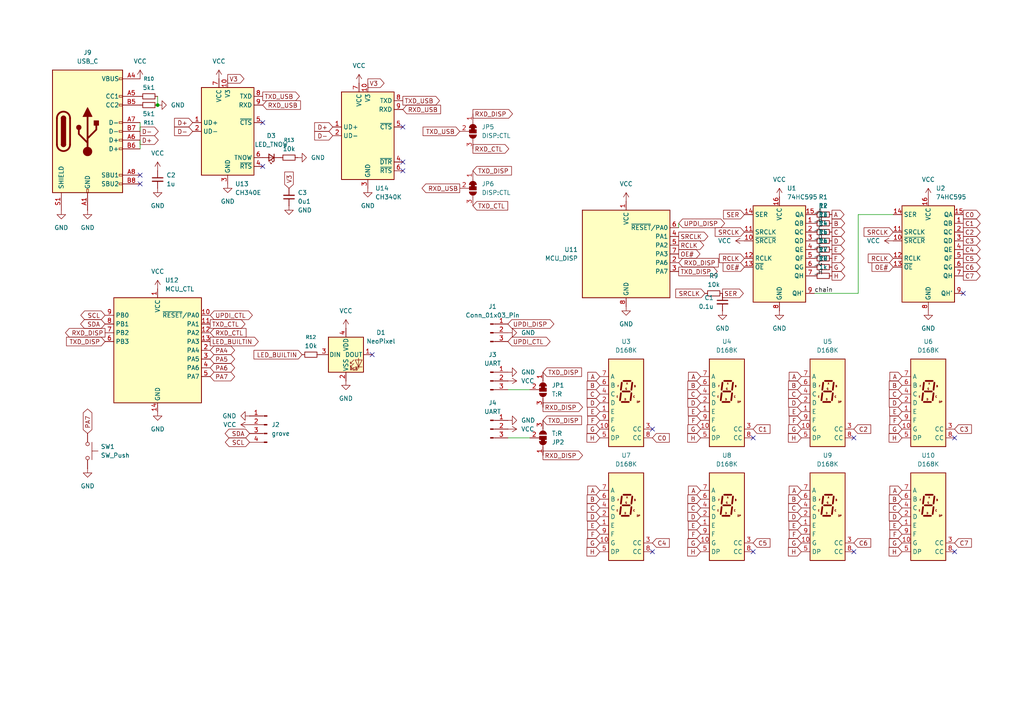
<source format=kicad_sch>
(kicad_sch (version 20250114) (generator "eeschema") (generator_version "9.0")
  (paper "A4")
  (lib_symbols
    (symbol "74xx:74HC595"
      (property "Reference" "U" (at -7.62 13.97 0))
      (property "Value" "74HC595" (at -7.62 -16.51 0))
      (symbol "74HC595_1_0"
        (pin input line (at -10.16 10.16 0) (length 2.54) (name "SER") (number "14"))
        (pin input line (at -10.16 5.08 0) (length 2.54) (name "SRCLK") (number "11"))
        (pin input line (at -10.16 2.54 0) (length 2.54) (name "~{SRCLR}") (number "10"))
        (pin input line (at -10.16 -2.54 0) (length 2.54) (name "RCLK") (number "12"))
        (pin input line (at -10.16 -5.08 0) (length 2.54) (name "~{OE}") (number "13"))
        (pin power_in line (at 0 15.24 270) (length 2.54) (name "VCC") (number "16"))
        (pin power_in line (at 0 -17.78 90) (length 2.54) (name "GND") (number "8"))
        (pin tri_state line (at 10.16 10.16 180) (length 2.54) (name "QA") (number "15"))
        (pin tri_state line (at 10.16 7.62 180) (length 2.54) (name "QB") (number "1"))
        (pin tri_state line (at 10.16 5.08 180) (length 2.54) (name "QC") (number "2"))
        (pin tri_state line (at 10.16 2.54 180) (length 2.54) (name "QD") (number "3"))
        (pin tri_state line (at 10.16 0 180) (length 2.54) (name "QE") (number "4"))
        (pin tri_state line (at 10.16 -2.54 180) (length 2.54) (name "QF") (number "5"))
        (pin tri_state line (at 10.16 -5.08 180) (length 2.54) (name "QG") (number "6"))
        (pin tri_state line (at 10.16 -7.62 180) (length 2.54) (name "QH") (number "7"))
        (pin output line (at 10.16 -12.7 180) (length 2.54) (name "QH'") (number "9"))
      )
    )
    (symbol "Connector:Conn_01x03_Pin" (pin_names (offset 1.016) (hide yes))
      (property "Reference" "J" (at 0 5.08 0))
      (property "Value" "Conn_01x03_Pin" (at 0 -5.08 0))
      (symbol "Conn_01x03_Pin_1_1"
        (pin passive line (at 5.08 2.54 180) (length 3.81) (name "Pin_1") (number "1"))
        (pin passive line (at 5.08 0 180) (length 3.81) (name "Pin_2") (number "2"))
        (pin passive line (at 5.08 -2.54 180) (length 3.81) (name "Pin_3") (number "3"))
      )
    )
    (symbol "Connector:Conn_01x04_Pin" (pin_names (offset 1.016) (hide yes))
      (property "Reference" "J" (at 0 5.08 0))
      (property "Value" "Conn_01x04_Pin" (at 0 -7.62 0))
      (symbol "Conn_01x04_Pin_1_1"
        (pin passive line (at 5.08 2.54 180) (length 3.81) (name "Pin_1") (number "1"))
        (pin passive line (at 5.08 0 180) (length 3.81) (name "Pin_2") (number "2"))
        (pin passive line (at 5.08 -2.54 180) (length 3.81) (name "Pin_3") (number "3"))
        (pin passive line (at 5.08 -5.08 180) (length 3.81) (name "Pin_4") (number "4"))
      )
    )
    (symbol "Connector:USB_C_Receptacle_USB2.0_16P" (pin_names (offset 1.016))
      (property "Reference" "J" (at 0 22.225 0))
      (property "Value" "USB_C_Receptacle_USB2.0_16P" (at 0 19.685 0))
      (symbol "USB_C_Receptacle_USB2.0_16P_1_1"
        (pin passive line (at -7.62 -22.86 90) (length 5.08) (name "SHIELD") (number "S1"))
        (pin passive line (at 0 -22.86 90) (length 5.08) (name "GND") (number "A1"))
        (pin passive line (at 0 -22.86 90) (length 5.08) (hide yes) (name "GND") (number "A12"))
        (pin passive line (at 0 -22.86 90) (length 5.08) (hide yes) (name "GND") (number "B1"))
        (pin passive line (at 0 -22.86 90) (length 5.08) (hide yes) (name "GND") (number "B12"))
        (pin passive line (at 15.24 15.24 180) (length 5.08) (name "VBUS") (number "A4"))
        (pin passive line (at 15.24 15.24 180) (length 5.08) (hide yes) (name "VBUS") (number "A9"))
        (pin passive line (at 15.24 15.24 180) (length 5.08) (hide yes) (name "VBUS") (number "B4"))
        (pin passive line (at 15.24 15.24 180) (length 5.08) (hide yes) (name "VBUS") (number "B9"))
        (pin bidirectional line (at 15.24 10.16 180) (length 5.08) (name "CC1") (number "A5"))
        (pin bidirectional line (at 15.24 7.62 180) (length 5.08) (name "CC2") (number "B5"))
        (pin bidirectional line (at 15.24 2.54 180) (length 5.08) (name "D-") (number "A7"))
        (pin bidirectional line (at 15.24 0 180) (length 5.08) (name "D-") (number "B7"))
        (pin bidirectional line (at 15.24 -2.54 180) (length 5.08) (name "D+") (number "A6"))
        (pin bidirectional line (at 15.24 -5.08 180) (length 5.08) (name "D+") (number "B6"))
        (pin bidirectional line (at 15.24 -12.7 180) (length 5.08) (name "SBU1") (number "A8"))
        (pin bidirectional line (at 15.24 -15.24 180) (length 5.08) (name "SBU2") (number "B8"))
      )
    )
    (symbol "Device:C_Small" (pin_numbers (hide yes)) (pin_names (offset 0.254) (hide yes))
      (property "Reference" "C" (at 0.254 1.778 0))
      (property "Value" "C_Small" (at 0.254 -2.032 0))
      (symbol "C_Small_1_1"
        (pin passive line (at 0 2.54 270) (length 2.032) (name "~") (number "1"))
        (pin passive line (at 0 -2.54 90) (length 2.032) (name "~") (number "2"))
      )
    )
    (symbol "Device:LED_Small" (pin_numbers (hide yes)) (pin_names (offset 0.254) (hide yes))
      (property "Reference" "D" (at -1.27 3.175 0))
      (property "Value" "LED_Small" (at -4.445 -2.54 0))
      (symbol "LED_Small_1_1"
        (pin passive line (at -2.54 0 0) (length 1.778) (name "K") (number "1"))
        (pin passive line (at 2.54 0 180) (length 1.778) (name "A") (number "2"))
      )
    )
    (symbol "Device:R_Small" (pin_numbers (hide yes)) (pin_names (offset 0.254) (hide yes))
      (property "Reference" "R" (at 0.762 0.508 0))
      (property "Value" "R_Small" (at 0.762 -1.016 0))
      (symbol "R_Small_1_1"
        (pin passive line (at 0 2.54 270) (length 0.762) (name "~") (number "1"))
        (pin passive line (at 0 -2.54 90) (length 0.762) (name "~") (number "2"))
      )
    )
    (symbol "Display_Character:D168K"
      (property "Reference" "U" (at -2.54 13.97 0))
      (property "Value" "D168K" (at 1.27 13.97 0))
      (symbol "D168K_0_0"
        (text "E" (at -2.54 1.778 0) (effects (font (size 0.508 0.508))))
        (text "F" (at -2.286 4.826 0) (effects (font (size 0.508 0.508))))
        (text "D" (at -0.254 1.016 0) (effects (font (size 0.508 0.508))))
        (text "G" (at 0 4.064 0) (effects (font (size 0.508 0.508))))
        (text "A" (at 0.254 5.588 0) (effects (font (size 0.508 0.508))))
        (text "C" (at 2.286 1.778 0) (effects (font (size 0.508 0.508))))
        (text "B" (at 2.54 4.826 0) (effects (font (size 0.508 0.508))))
        (text "DP" (at 3.556 0.254 0) (effects (font (size 0.508 0.508))))
      )
      (symbol "D168K_1_1"
        (pin input line (at -7.62 7.62 0) (length 2.54) (name "A") (number "7"))
        (pin input line (at -7.62 5.08 0) (length 2.54) (name "B") (number "6"))
        (pin input line (at -7.62 2.54 0) (length 2.54) (name "C") (number "4"))
        (pin input line (at -7.62 0 0) (length 2.54) (name "D") (number "2"))
        (pin input line (at -7.62 -2.54 0) (length 2.54) (name "E") (number "1"))
        (pin input line (at -7.62 -5.08 0) (length 2.54) (name "F") (number "9"))
        (pin input line (at -7.62 -7.62 0) (length 2.54) (name "G") (number "10"))
        (pin input line (at -7.62 -10.16 0) (length 2.54) (name "DP") (number "5"))
        (pin input line (at 7.62 -7.62 180) (length 2.54) (name "CC") (number "3"))
        (pin input line (at 7.62 -10.16 180) (length 2.54) (name "CC") (number "8"))
      )
    )
    (symbol "Interface_USB:CH340E"
      (property "Reference" "U" (at -5.08 13.97 0))
      (property "Value" "CH340E" (at 1.27 13.97 0))
      (symbol "CH340E_1_1"
        (pin bidirectional line (at -10.16 2.54 0) (length 2.54) (name "UD+") (number "1"))
        (pin bidirectional line (at -10.16 0 0) (length 2.54) (name "UD-") (number "2"))
        (pin power_in line (at -2.54 15.24 270) (length 2.54) (name "VCC") (number "7"))
        (pin power_out line (at 0 15.24 270) (length 2.54) (name "V3") (number "10"))
        (pin power_in line (at 0 -15.24 90) (length 2.54) (name "GND") (number "3"))
        (pin output line (at 10.16 10.16 180) (length 2.54) (name "TXD") (number "8"))
        (pin input line (at 10.16 7.62 180) (length 2.54) (name "RXD") (number "9"))
        (pin input line (at 10.16 2.54 180) (length 2.54) (name "~{CTS}") (number "5"))
        (pin output line (at 10.16 -7.62 180) (length 2.54) (name "TNOW") (number "6"))
        (pin output line (at 10.16 -10.16 180) (length 2.54) (name "~{RTS}") (number "4"))
      )
    )
    (symbol "Interface_USB:CH340K"
      (property "Reference" "U14" (at 2.1433 -15.24 0))
      (property "Value" "CH340K" (at 2.1433 -17.78 0))
      (symbol "CH340K_1_1"
        (pin bidirectional line (at -10.16 2.54 0) (length 2.54) (name "UD+") (number "1"))
        (pin bidirectional line (at -10.16 0 0) (length 2.54) (name "UD-") (number "2"))
        (pin power_in line (at -2.54 15.24 270) (length 2.54) (name "VCC") (number "7"))
        (pin passive line (at 0 15.24 270) (length 2.54) (name "V3") (number "10"))
        (pin power_in line (at 0 -15.24 90) (length 2.54) (name "GND") (number "3"))
        (pin output line (at 10.16 10.16 180) (length 2.54) (name "TXD") (number "8"))
        (pin input line (at 10.16 7.62 180) (length 2.54) (name "RXD") (number "9"))
        (pin input line (at 10.16 2.54 180) (length 2.54) (name "~{CTS}") (number "5"))
        (pin output line (at 10.16 -7.62 180) (length 2.54) (name "~{DTR}") (number "4"))
        (pin output line (at 10.16 -10.16 180) (length 2.54) (name "~{RTS}") (number "6"))
      )
    )
    (symbol "Jumper:SolderJumper_3_Bridged12" (pin_names (offset 0) (hide yes)) (in_bom no)
      (property "Reference" "JP" (at -2.54 -2.54 0))
      (property "Value" "SolderJumper_3_Bridged12" (at 0 2.794 0))
      (symbol "SolderJumper_3_Bridged12_1_1"
        (pin passive line (at -5.08 0 0) (length 2.54) (name "A") (number "1"))
        (pin passive line (at 0 -3.81 90) (length 2.54) (name "C") (number "2"))
        (pin passive line (at 5.08 0 180) (length 2.54) (name "B") (number "3"))
      )
    )
    (symbol "LED:WS2812B-2020" (pin_names (offset 0.254))
      (property "Reference" "D" (at 5.08 5.715 0))
      (property "Value" "WS2812B-2020" (at 1.27 -5.715 0))
      (symbol "WS2812B-2020_0_0"
        (text "RGB" (at 2.286 -4.191 0) (effects (font (size 0.762 0.762))))
      )
      (symbol "WS2812B-2020_1_1"
        (pin input line (at -7.62 0 0) (length 2.54) (name "DIN") (number "3"))
        (pin power_in line (at 0 7.62 270) (length 2.54) (name "VDD") (number "4"))
        (pin power_in line (at 0 -7.62 90) (length 2.54) (name "VSS") (number "2"))
        (pin output line (at 7.62 0 180) (length 2.54) (name "DOUT") (number "1"))
      )
    )
    (symbol "MCU_Microchip_ATtiny:ATtiny1604-SS"
      (property "Reference" "U" (at -12.7 16.51 0))
      (property "Value" "ATtiny1604-SS" (at 2.54 -16.51 0))
      (symbol "ATtiny1604-SS_1_1"
        (pin bidirectional line (at -15.24 10.16 0) (length 2.54) (name "PB0") (number "9"))
        (pin bidirectional line (at -15.24 7.62 0) (length 2.54) (name "PB1") (number "8"))
        (pin bidirectional line (at -15.24 5.08 0) (length 2.54) (name "PB2") (number "7"))
        (pin bidirectional line (at -15.24 2.54 0) (length 2.54) (name "PB3") (number "6"))
        (pin power_in line (at 0 17.78 270) (length 2.54) (name "VCC") (number "1"))
        (pin power_in line (at 0 -17.78 90) (length 2.54) (name "GND") (number "14"))
        (pin bidirectional line (at 15.24 10.16 180) (length 2.54) (name "~{RESET}/PA0") (number "10"))
        (pin bidirectional line (at 15.24 7.62 180) (length 2.54) (name "PA1") (number "11"))
        (pin bidirectional line (at 15.24 5.08 180) (length 2.54) (name "PA2") (number "12"))
        (pin bidirectional line (at 15.24 2.54 180) (length 2.54) (name "PA3") (number "13"))
        (pin bidirectional line (at 15.24 0 180) (length 2.54) (name "PA4") (number "2"))
        (pin bidirectional line (at 15.24 -2.54 180) (length 2.54) (name "PA5") (number "3"))
        (pin bidirectional line (at 15.24 -5.08 180) (length 2.54) (name "PA6") (number "4"))
        (pin bidirectional line (at 15.24 -7.62 180) (length 2.54) (name "PA7") (number "5"))
      )
    )
    (symbol "MCU_Microchip_ATtiny:ATtiny402-SS"
      (property "Reference" "U" (at -12.7 13.97 0))
      (property "Value" "ATtiny402-SS" (at 2.54 -13.97 0))
      (symbol "ATtiny402-SS_1_1"
        (pin power_in line (at 0 15.24 270) (length 2.54) (name "VCC") (number "1"))
        (pin power_in line (at 0 -15.24 90) (length 2.54) (name "GND") (number "8"))
        (pin bidirectional line (at 15.24 7.62 180) (length 2.54) (name "~{RESET}/PA0") (number "6"))
        (pin bidirectional line (at 15.24 5.08 180) (length 2.54) (name "PA1") (number "4"))
        (pin bidirectional line (at 15.24 2.54 180) (length 2.54) (name "PA2") (number "5"))
        (pin bidirectional line (at 15.24 0 180) (length 2.54) (name "PA3") (number "7"))
        (pin bidirectional line (at 15.24 -2.54 180) (length 2.54) (name "PA6") (number "2"))
        (pin bidirectional line (at 15.24 -5.08 180) (length 2.54) (name "PA7") (number "3"))
      )
    )
    (symbol "R_Small_1" (pin_numbers (hide yes)) (pin_names (offset 0.254) (hide yes))
      (property "Reference" "R" (at 0 0 90))
      (property "Value" "R_Small" (at 1.778 0 90))
      (symbol "R_Small_1_1_1"
        (pin passive line (at 0 2.54 270) (length 0.762) (name "~") (number "1"))
        (pin passive line (at 0 -2.54 90) (length 0.762) (name "~") (number "2"))
      )
    )
    (symbol "R_Small_2" (pin_numbers (hide yes)) (pin_names (offset 0.254) (hide yes))
      (property "Reference" "R" (at 0 0 90))
      (property "Value" "R_Small" (at 1.778 0 90))
      (symbol "R_Small_2_1_1"
        (pin passive line (at 0 2.54 270) (length 0.762) (name "~") (number "1"))
        (pin passive line (at 0 -2.54 90) (length 0.762) (name "~") (number "2"))
      )
    )
    (symbol "Switch:SW_Push" (pin_numbers (hide yes)) (pin_names (offset 1.016) (hide yes))
      (property "Reference" "SW" (at 1.27 2.54 0))
      (property "Value" "SW_Push" (at 0 -1.524 0))
      (symbol "SW_Push_0_1"
        (pin passive line (at -5.08 0 0) (length 2.54) (name "1") (number "1"))
        (pin passive line (at 5.08 0 180) (length 2.54) (name "2") (number "2"))
      )
    )
    (symbol "power:GND" (power) (pin_numbers (hide yes)) (pin_names (offset 0) (hide yes))
      (property "Value" "GND" (at 0 -3.81 0))
      (symbol "GND_1_1"
        (pin power_in line (at 0 0 270) (length 0) (name "~") (number "1"))
      )
    )
    (symbol "power:VCC" (power) (pin_numbers (hide yes)) (pin_names (offset 0) (hide yes))
      (property "Value" "VCC" (at 0 3.556 0))
      (symbol "VCC_1_1"
        (pin power_in line (at 0 0 90) (length 0) (name "~") (number "1"))
      )
    )
  )
  (junction (at 45.72 30.48))
  (no_connect (at 116.84 46.99))
  (no_connect (at 116.84 36.83))
  (no_connect (at 218.44 127))
  (no_connect (at 189.23 160.02))
  (no_connect (at 116.84 49.53))
  (no_connect (at 276.86 127))
  (no_connect (at 76.2 48.26))
  (no_connect (at 247.65 160.02))
  (no_connect (at 279.4 85.09))
  (no_connect (at 76.2 35.56))
  (no_connect (at 40.64 50.8))
  (no_connect (at 247.65 127))
  (no_connect (at 40.64 53.34))
  (no_connect (at 189.23 124.46))
  (no_connect (at 276.86 160.02))
  (no_connect (at 107.95 102.87))
  (no_connect (at 218.44 160.02))
  (wire (pts (xy 196.85 64.77) (xy 196.85 66.04)))
  (wire (pts (xy 45.72 27.94) (xy 45.72 30.48)))
  (wire (pts (xy 147.32 113.03) (xy 153.67 113.03)))
  (wire (pts (xy 259.08 62.23) (xy 248.92 62.23)))
  (wire (pts (xy 147.32 127) (xy 153.67 127)))
  (wire (pts (xy 236.22 85.09) (xy 248.92 85.09)))
  (wire (pts (xy 40.64 35.56) (xy 40.64 38.1)))
  (wire (pts (xy 248.92 62.23) (xy 248.92 85.09)))
  (wire (pts (xy 40.64 40.64) (xy 40.64 43.18)))
  (label "_A" (at 236.22 62.23 0))
  (label "_D" (at 236.22 69.85 0))
  (label "_G" (at 236.22 77.47 0))
  (label "_C" (at 236.22 67.31 0))
  (label "_F" (at 236.22 74.93 0))
  (label "chain" (at 236.22 85.09 0))
  (label "_E" (at 236.22 72.39 0))
  (label "_B" (at 236.22 64.77 0))
  (label "_H" (at 236.22 80.01 0))
  (global_label "C" (shape input) (at 261.62 114.3 180) (property "Intersheetrefs" "${INTERSHEET_REFS}" (effects (hide yes))))
  (global_label "E" (shape output) (at 241.3 72.39 0) (property "Intersheetrefs" "${INTERSHEET_REFS}" (effects (hide yes))))
  (global_label "C3" (shape input) (at 276.86 124.46 0) (property "Intersheetrefs" "${INTERSHEET_REFS}" (effects (hide yes))))
  (global_label "G" (shape input) (at 173.99 157.48 180) (property "Intersheetrefs" "${INTERSHEET_REFS}" (effects (hide yes))))
  (global_label "G" (shape input) (at 203.2 157.48 180) (property "Intersheetrefs" "${INTERSHEET_REFS}" (effects (hide yes))))
  (global_label "C" (shape output) (at 241.3 67.31 0) (property "Intersheetrefs" "${INTERSHEET_REFS}" (effects (hide yes))))
  (global_label "OE#" (shape input) (at 259.08 77.47 180) (property "Intersheetrefs" "${INTERSHEET_REFS}" (effects (hide yes))))
  (global_label "TXD_DISP" (shape input) (at 157.48 121.92 0) (property "Intersheetrefs" "${INTERSHEET_REFS}" (effects (hide yes))))
  (global_label "H" (shape output) (at 241.3 80.01 0) (property "Intersheetrefs" "${INTERSHEET_REFS}" (effects (hide yes))))
  (global_label "H" (shape input) (at 173.99 127 180) (property "Intersheetrefs" "${INTERSHEET_REFS}" (effects (hide yes))))
  (global_label "C2" (shape output) (at 279.4 67.31 0) (property "Intersheetrefs" "${INTERSHEET_REFS}" (effects (hide yes))))
  (global_label "TXD_USB" (shape input) (at 133.35 38.1 180) (property "Intersheetrefs" "${INTERSHEET_REFS}" (effects (hide yes))))
  (global_label "G" (shape input) (at 203.2 124.46 180) (property "Intersheetrefs" "${INTERSHEET_REFS}" (effects (hide yes))))
  (global_label "C1" (shape output) (at 279.4 64.77 0) (property "Intersheetrefs" "${INTERSHEET_REFS}" (effects (hide yes))))
  (global_label "E" (shape input) (at 232.41 119.38 180) (property "Intersheetrefs" "${INTERSHEET_REFS}" (effects (hide yes))))
  (global_label "D+" (shape output) (at 40.64 40.64 0) (property "Intersheetrefs" "${INTERSHEET_REFS}" (effects (hide yes))))
  (global_label "RXD_DISP" (shape output) (at 157.48 132.08 0) (property "Intersheetrefs" "${INTERSHEET_REFS}" (effects (hide yes))))
  (global_label "LED_BUILTIN" (shape output) (at 60.96 99.06 0) (property "Intersheetrefs" "${INTERSHEET_REFS}" (effects (hide yes))))
  (global_label "V3" (shape output) (at 66.04 22.86 0) (property "Intersheetrefs" "${INTERSHEET_REFS}" (effects (hide yes))))
  (global_label "C6" (shape output) (at 279.4 77.47 0) (property "Intersheetrefs" "${INTERSHEET_REFS}" (effects (hide yes))))
  (global_label "UPDI_CTL" (shape bidirectional) (at 147.32 99.06 0) (property "Intersheetrefs" "${INTERSHEET_REFS}" (effects (hide yes))))
  (global_label "D-" (shape input) (at 96.52 39.37 180) (property "Intersheetrefs" "${INTERSHEET_REFS}" (effects (hide yes))))
  (global_label "E" (shape input) (at 173.99 152.4 180) (property "Intersheetrefs" "${INTERSHEET_REFS}" (effects (hide yes))))
  (global_label "C1" (shape input) (at 218.44 124.46 0) (property "Intersheetrefs" "${INTERSHEET_REFS}" (effects (hide yes))))
  (global_label "RXD_USB" (shape input) (at 116.84 31.75 0) (property "Intersheetrefs" "${INTERSHEET_REFS}" (effects (hide yes))))
  (global_label "TXD_DISP" (shape input) (at 157.48 107.95 0) (property "Intersheetrefs" "${INTERSHEET_REFS}" (effects (hide yes))))
  (global_label "H" (shape input) (at 261.62 160.02 180) (property "Intersheetrefs" "${INTERSHEET_REFS}" (effects (hide yes))))
  (global_label "SER" (shape input) (at 215.9 62.23 180) (property "Intersheetrefs" "${INTERSHEET_REFS}" (effects (hide yes))))
  (global_label "SER" (shape output) (at 209.55 85.09 0) (property "Intersheetrefs" "${INTERSHEET_REFS}" (effects (hide yes))))
  (global_label "RCLK" (shape input) (at 259.08 74.93 180) (property "Intersheetrefs" "${INTERSHEET_REFS}" (effects (hide yes))))
  (global_label "C2" (shape input) (at 247.65 124.46 0) (property "Intersheetrefs" "${INTERSHEET_REFS}" (effects (hide yes))))
  (global_label "B" (shape input) (at 232.41 144.78 180) (property "Intersheetrefs" "${INTERSHEET_REFS}" (effects (hide yes))))
  (global_label "B" (shape input) (at 261.62 144.78 180) (property "Intersheetrefs" "${INTERSHEET_REFS}" (effects (hide yes))))
  (global_label "V3" (shape input) (at 83.82 54.61 90) (property "Intersheetrefs" "${INTERSHEET_REFS}" (effects (hide yes))))
  (global_label "D" (shape input) (at 173.99 116.84 180) (property "Intersheetrefs" "${INTERSHEET_REFS}" (effects (hide yes))))
  (global_label "C" (shape input) (at 203.2 147.32 180) (property "Intersheetrefs" "${INTERSHEET_REFS}" (effects (hide yes))))
  (global_label "C5" (shape input) (at 218.44 157.48 0) (property "Intersheetrefs" "${INTERSHEET_REFS}" (effects (hide yes))))
  (global_label "G" (shape output) (at 241.3 77.47 0) (property "Intersheetrefs" "${INTERSHEET_REFS}" (effects (hide yes))))
  (global_label "B" (shape input) (at 232.41 111.76 180) (property "Intersheetrefs" "${INTERSHEET_REFS}" (effects (hide yes))))
  (global_label "RXD_USB" (shape output) (at 133.35 54.61 180) (property "Intersheetrefs" "${INTERSHEET_REFS}" (effects (hide yes))))
  (global_label "G" (shape input) (at 261.62 124.46 180) (property "Intersheetrefs" "${INTERSHEET_REFS}" (effects (hide yes))))
  (global_label "F" (shape input) (at 203.2 121.92 180) (property "Intersheetrefs" "${INTERSHEET_REFS}" (effects (hide yes))))
  (global_label "UPDI_DISP" (shape bidirectional) (at 147.32 93.98 0) (property "Intersheetrefs" "${INTERSHEET_REFS}" (effects (hide yes))))
  (global_label "D" (shape input) (at 203.2 149.86 180) (property "Intersheetrefs" "${INTERSHEET_REFS}" (effects (hide yes))))
  (global_label "D+" (shape input) (at 96.52 36.83 180) (property "Intersheetrefs" "${INTERSHEET_REFS}" (effects (hide yes))))
  (global_label "D" (shape input) (at 261.62 149.86 180) (property "Intersheetrefs" "${INTERSHEET_REFS}" (effects (hide yes))))
  (global_label "C" (shape input) (at 261.62 147.32 180) (property "Intersheetrefs" "${INTERSHEET_REFS}" (effects (hide yes))))
  (global_label "D-" (shape output) (at 40.64 38.1 0) (property "Intersheetrefs" "${INTERSHEET_REFS}" (effects (hide yes))))
  (global_label "RCLK" (shape output) (at 196.85 71.12 0) (property "Intersheetrefs" "${INTERSHEET_REFS}" (effects (hide yes))))
  (global_label "C" (shape input) (at 203.2 114.3 180) (property "Intersheetrefs" "${INTERSHEET_REFS}" (effects (hide yes))))
  (global_label "TXD_USB" (shape output) (at 76.2 27.94 0) (property "Intersheetrefs" "${INTERSHEET_REFS}" (effects (hide yes))))
  (global_label "A" (shape input) (at 232.41 142.24 180) (property "Intersheetrefs" "${INTERSHEET_REFS}" (effects (hide yes))))
  (global_label "RXD_USB" (shape input) (at 76.2 30.48 0) (property "Intersheetrefs" "${INTERSHEET_REFS}" (effects (hide yes))))
  (global_label "B" (shape input) (at 173.99 111.76 180) (property "Intersheetrefs" "${INTERSHEET_REFS}" (effects (hide yes))))
  (global_label "PA6" (shape bidirectional) (at 60.96 106.68 0) (property "Intersheetrefs" "${INTERSHEET_REFS}" (effects (hide yes))))
  (global_label "RXD_DISP" (shape output) (at 137.16 33.02 0) (property "Intersheetrefs" "${INTERSHEET_REFS}" (effects (hide yes))))
  (global_label "UPDI_CTL" (shape bidirectional) (at 60.96 91.44 0) (property "Intersheetrefs" "${INTERSHEET_REFS}" (effects (hide yes))))
  (global_label "TXD_DISP" (shape input) (at 137.16 49.53 0) (property "Intersheetrefs" "${INTERSHEET_REFS}" (effects (hide yes))))
  (global_label "SDA" (shape bidirectional) (at 30.48 93.98 180) (property "Intersheetrefs" "${INTERSHEET_REFS}" (effects (hide yes))))
  (global_label "D-" (shape input) (at 55.88 38.1 180) (property "Intersheetrefs" "${INTERSHEET_REFS}" (effects (hide yes))))
  (global_label "E" (shape input) (at 261.62 152.4 180) (property "Intersheetrefs" "${INTERSHEET_REFS}" (effects (hide yes))))
  (global_label "PA4" (shape bidirectional) (at 60.96 101.6 0) (property "Intersheetrefs" "${INTERSHEET_REFS}" (effects (hide yes))))
  (global_label "RXD_DISP" (shape output) (at 157.48 118.11 0) (property "Intersheetrefs" "${INTERSHEET_REFS}" (effects (hide yes))))
  (global_label "RCLK" (shape input) (at 215.9 74.93 180) (property "Intersheetrefs" "${INTERSHEET_REFS}" (effects (hide yes))))
  (global_label "D+" (shape input) (at 55.88 35.56 180) (property "Intersheetrefs" "${INTERSHEET_REFS}" (effects (hide yes))))
  (global_label "TXD_USB" (shape output) (at 116.84 29.21 0) (property "Intersheetrefs" "${INTERSHEET_REFS}" (effects (hide yes))))
  (global_label "D" (shape input) (at 232.41 116.84 180) (property "Intersheetrefs" "${INTERSHEET_REFS}" (effects (hide yes))))
  (global_label "F" (shape output) (at 241.3 74.93 0) (property "Intersheetrefs" "${INTERSHEET_REFS}" (effects (hide yes))))
  (global_label "C4" (shape output) (at 279.4 72.39 0) (property "Intersheetrefs" "${INTERSHEET_REFS}" (effects (hide yes))))
  (global_label "H" (shape input) (at 232.41 160.02 180) (property "Intersheetrefs" "${INTERSHEET_REFS}" (effects (hide yes))))
  (global_label "H" (shape input) (at 232.41 127 180) (property "Intersheetrefs" "${INTERSHEET_REFS}" (effects (hide yes))))
  (global_label "F" (shape input) (at 232.41 154.94 180) (property "Intersheetrefs" "${INTERSHEET_REFS}" (effects (hide yes))))
  (global_label "PA7" (shape bidirectional) (at 60.96 109.22 0) (property "Intersheetrefs" "${INTERSHEET_REFS}" (effects (hide yes))))
  (global_label "A" (shape input) (at 203.2 109.22 180) (property "Intersheetrefs" "${INTERSHEET_REFS}" (effects (hide yes))))
  (global_label "SDA" (shape bidirectional) (at 72.39 125.73 180) (property "Intersheetrefs" "${INTERSHEET_REFS}" (effects (hide yes))))
  (global_label "D" (shape input) (at 173.99 149.86 180) (property "Intersheetrefs" "${INTERSHEET_REFS}" (effects (hide yes))))
  (global_label "SRCLK" (shape input) (at 204.47 85.09 180) (property "Intersheetrefs" "${INTERSHEET_REFS}" (effects (hide yes))))
  (global_label "B" (shape output) (at 241.3 64.77 0) (property "Intersheetrefs" "${INTERSHEET_REFS}" (effects (hide yes))))
  (global_label "C" (shape input) (at 173.99 114.3 180) (property "Intersheetrefs" "${INTERSHEET_REFS}" (effects (hide yes))))
  (global_label "RXD_CTL" (shape input) (at 60.96 96.52 0) (property "Intersheetrefs" "${INTERSHEET_REFS}" (effects (hide yes))))
  (global_label "E" (shape input) (at 261.62 119.38 180) (property "Intersheetrefs" "${INTERSHEET_REFS}" (effects (hide yes))))
  (global_label "C5" (shape output) (at 279.4 74.93 0) (property "Intersheetrefs" "${INTERSHEET_REFS}" (effects (hide yes))))
  (global_label "RXD_CTL" (shape output) (at 137.16 43.18 0) (property "Intersheetrefs" "${INTERSHEET_REFS}" (effects (hide yes))))
  (global_label "C0" (shape input) (at 189.23 127 0) (property "Intersheetrefs" "${INTERSHEET_REFS}" (effects (hide yes))))
  (global_label "F" (shape input) (at 232.41 121.92 180) (property "Intersheetrefs" "${INTERSHEET_REFS}" (effects (hide yes))))
  (global_label "E" (shape input) (at 173.99 119.38 180) (property "Intersheetrefs" "${INTERSHEET_REFS}" (effects (hide yes))))
  (global_label "RXD_DISP" (shape input) (at 196.85 76.2 0) (property "Intersheetrefs" "${INTERSHEET_REFS}" (effects (hide yes))))
  (global_label "SRCLK" (shape input) (at 215.9 67.31 180) (property "Intersheetrefs" "${INTERSHEET_REFS}" (effects (hide yes))))
  (global_label "A" (shape output) (at 241.3 62.23 0) (property "Intersheetrefs" "${INTERSHEET_REFS}" (effects (hide yes))))
  (global_label "C7" (shape output) (at 279.4 80.01 0) (property "Intersheetrefs" "${INTERSHEET_REFS}" (effects (hide yes))))
  (global_label "TXD_DISP" (shape input) (at 30.48 99.06 180) (property "Intersheetrefs" "${INTERSHEET_REFS}" (effects (hide yes))))
  (global_label "A" (shape input) (at 173.99 109.22 180) (property "Intersheetrefs" "${INTERSHEET_REFS}" (effects (hide yes))))
  (global_label "C" (shape input) (at 232.41 147.32 180) (property "Intersheetrefs" "${INTERSHEET_REFS}" (effects (hide yes))))
  (global_label "D" (shape output) (at 241.3 69.85 0) (property "Intersheetrefs" "${INTERSHEET_REFS}" (effects (hide yes))))
  (global_label "F" (shape input) (at 203.2 154.94 180) (property "Intersheetrefs" "${INTERSHEET_REFS}" (effects (hide yes))))
  (global_label "A" (shape input) (at 261.62 109.22 180) (property "Intersheetrefs" "${INTERSHEET_REFS}" (effects (hide yes))))
  (global_label "SCL" (shape bidirectional) (at 30.48 91.44 180) (property "Intersheetrefs" "${INTERSHEET_REFS}" (effects (hide yes))))
  (global_label "D" (shape input) (at 203.2 116.84 180) (property "Intersheetrefs" "${INTERSHEET_REFS}" (effects (hide yes))))
  (global_label "C6" (shape input) (at 247.65 157.48 0) (property "Intersheetrefs" "${INTERSHEET_REFS}" (effects (hide yes))))
  (global_label "E" (shape input) (at 232.41 152.4 180) (property "Intersheetrefs" "${INTERSHEET_REFS}" (effects (hide yes))))
  (global_label "H" (shape input) (at 203.2 127 180) (property "Intersheetrefs" "${INTERSHEET_REFS}" (effects (hide yes))))
  (global_label "A" (shape input) (at 203.2 142.24 180) (property "Intersheetrefs" "${INTERSHEET_REFS}" (effects (hide yes))))
  (global_label "TXD_CTL" (shape input) (at 137.16 59.69 0) (property "Intersheetrefs" "${INTERSHEET_REFS}" (effects (hide yes))))
  (global_label "H" (shape input) (at 261.62 127 180) (property "Intersheetrefs" "${INTERSHEET_REFS}" (effects (hide yes))))
  (global_label "D" (shape input) (at 232.41 149.86 180) (property "Intersheetrefs" "${INTERSHEET_REFS}" (effects (hide yes))))
  (global_label "B" (shape input) (at 203.2 111.76 180) (property "Intersheetrefs" "${INTERSHEET_REFS}" (effects (hide yes))))
  (global_label "RXD_DISP" (shape output) (at 30.48 96.52 180) (property "Intersheetrefs" "${INTERSHEET_REFS}" (effects (hide yes))))
  (global_label "C4" (shape input) (at 189.23 157.48 0) (property "Intersheetrefs" "${INTERSHEET_REFS}" (effects (hide yes))))
  (global_label "E" (shape input) (at 203.2 152.4 180) (property "Intersheetrefs" "${INTERSHEET_REFS}" (effects (hide yes))))
  (global_label "TXD_DISP" (shape output) (at 196.85 78.74 0) (property "Intersheetrefs" "${INTERSHEET_REFS}" (effects (hide yes))))
  (global_label "OE#" (shape input) (at 215.9 77.47 180) (property "Intersheetrefs" "${INTERSHEET_REFS}" (effects (hide yes))))
  (global_label "G" (shape input) (at 232.41 157.48 180) (property "Intersheetrefs" "${INTERSHEET_REFS}" (effects (hide yes))))
  (global_label "E" (shape input) (at 203.2 119.38 180) (property "Intersheetrefs" "${INTERSHEET_REFS}" (effects (hide yes))))
  (global_label "B" (shape input) (at 173.99 144.78 180) (property "Intersheetrefs" "${INTERSHEET_REFS}" (effects (hide yes))))
  (global_label "A" (shape input) (at 232.41 109.22 180) (property "Intersheetrefs" "${INTERSHEET_REFS}" (effects (hide yes))))
  (global_label "G" (shape input) (at 261.62 157.48 180) (property "Intersheetrefs" "${INTERSHEET_REFS}" (effects (hide yes))))
  (global_label "TXD_CTL" (shape output) (at 60.96 93.98 0) (property "Intersheetrefs" "${INTERSHEET_REFS}" (effects (hide yes))))
  (global_label "PA7" (shape bidirectional) (at 25.4 125.73 90) (property "Intersheetrefs" "${INTERSHEET_REFS}" (effects (hide yes))))
  (global_label "H" (shape input) (at 203.2 160.02 180) (property "Intersheetrefs" "${INTERSHEET_REFS}" (effects (hide yes))))
  (global_label "B" (shape input) (at 203.2 144.78 180) (property "Intersheetrefs" "${INTERSHEET_REFS}" (effects (hide yes))))
  (global_label "SRCLK" (shape input) (at 259.08 67.31 180) (property "Intersheetrefs" "${INTERSHEET_REFS}" (effects (hide yes))))
  (global_label "G" (shape input) (at 173.99 124.46 180) (property "Intersheetrefs" "${INTERSHEET_REFS}" (effects (hide yes))))
  (global_label "OE#" (shape output) (at 196.85 73.66 0) (property "Intersheetrefs" "${INTERSHEET_REFS}" (effects (hide yes))))
  (global_label "C3" (shape output) (at 279.4 69.85 0) (property "Intersheetrefs" "${INTERSHEET_REFS}" (effects (hide yes))))
  (global_label "SRCLK" (shape output) (at 196.85 68.58 0) (property "Intersheetrefs" "${INTERSHEET_REFS}" (effects (hide yes))))
  (global_label "B" (shape input) (at 261.62 111.76 180) (property "Intersheetrefs" "${INTERSHEET_REFS}" (effects (hide yes))))
  (global_label "C" (shape input) (at 173.99 147.32 180) (property "Intersheetrefs" "${INTERSHEET_REFS}" (effects (hide yes))))
  (global_label "V3" (shape output) (at 106.68 24.13 0) (property "Intersheetrefs" "${INTERSHEET_REFS}" (effects (hide yes))))
  (global_label "C7" (shape input) (at 276.86 157.48 0) (property "Intersheetrefs" "${INTERSHEET_REFS}" (effects (hide yes))))
  (global_label "G" (shape input) (at 232.41 124.46 180) (property "Intersheetrefs" "${INTERSHEET_REFS}" (effects (hide yes))))
  (global_label "A" (shape input) (at 173.99 142.24 180) (property "Intersheetrefs" "${INTERSHEET_REFS}" (effects (hide yes))))
  (global_label "LED_BUILTIN" (shape input) (at 87.63 102.87 180) (property "Intersheetrefs" "${INTERSHEET_REFS}" (effects (hide yes))))
  (global_label "C0" (shape output) (at 279.4 62.23 0) (property "Intersheetrefs" "${INTERSHEET_REFS}" (effects (hide yes))))
  (global_label "C" (shape input) (at 232.41 114.3 180) (property "Intersheetrefs" "${INTERSHEET_REFS}" (effects (hide yes))))
  (global_label "F" (shape input) (at 173.99 154.94 180) (property "Intersheetrefs" "${INTERSHEET_REFS}" (effects (hide yes))))
  (global_label "D" (shape input) (at 261.62 116.84 180) (property "Intersheetrefs" "${INTERSHEET_REFS}" (effects (hide yes))))
  (global_label "PA5" (shape bidirectional) (at 60.96 104.14 0) (property "Intersheetrefs" "${INTERSHEET_REFS}" (effects (hide yes))))
  (global_label "UPDI_DISP" (shape bidirectional) (at 196.85 64.77 0) (property "Intersheetrefs" "${INTERSHEET_REFS}" (effects (hide yes))))
  (global_label "F" (shape input) (at 173.99 121.92 180) (property "Intersheetrefs" "${INTERSHEET_REFS}" (effects (hide yes))))
  (global_label "F" (shape input) (at 261.62 154.94 180) (property "Intersheetrefs" "${INTERSHEET_REFS}" (effects (hide yes))))
  (global_label "H" (shape input) (at 173.99 160.02 180) (property "Intersheetrefs" "${INTERSHEET_REFS}" (effects (hide yes))))
  (global_label "A" (shape input) (at 261.62 142.24 180) (property "Intersheetrefs" "${INTERSHEET_REFS}" (effects (hide yes))))
  (global_label "SCL" (shape bidirectional) (at 72.39 128.27 180) (property "Intersheetrefs" "${INTERSHEET_REFS}" (effects (hide yes))))
  (global_label "F" (shape input) (at 261.62 121.92 180) (property "Intersheetrefs" "${INTERSHEET_REFS}" (effects (hide yes))))
  (symbol (lib_id "Device:R_Small") (at 238.76 62.23 90) (unit 1)
    (property "Reference" "R1" (at 238.76 57.15 90))
    (property "Value" "1k" (at 238.76 59.69 90))
    (property "Footprint" "Resistor_SMD:R_0603_1608Metric" (effects (hide yes)))
    (property "Description" "Resistor, small symbol" (effects (hide yes)))
  )
  (symbol (lib_name "R_Small_1") (lib_id "Device:R_Small") (at 43.18 27.94 90) (unit 1)
    (property "Reference" "R10" (at 43.18 22.86 90) (effects (font (size 1.016 1.016))))
    (property "Value" "5k1" (at 43.18 25.4 90))
    (property "Footprint" "Resistor_SMD:R_0603_1608Metric" (effects (hide yes)))
    (property "Description" "Resistor, small symbol" (effects (hide yes)))
  )
  (symbol (lib_id "Device:R_Small") (at 238.76 77.47 90) (unit 1)
    (property "Reference" "R7" (at 238.76 72.39 90))
    (property "Value" "1k" (at 238.76 74.93 90))
    (property "Footprint" "Resistor_SMD:R_0603_1608Metric" (effects (hide yes)))
    (property "Description" "Resistor, small symbol" (effects (hide yes)))
  )
  (symbol (lib_id "Device:LED_Small") (at 78.74 45.72 180) (unit 1)
    (property "Reference" "D3" (at 78.6765 39.37 0))
    (property "Value" "LED_TNOW" (at 78.6765 41.91 0))
    (property "Footprint" "LED_SMD:LED_0603_1608Metric" (effects (hide yes)))
    (property "Description" "Light emitting diode, small symbol" (effects (hide yes)))
    (property "Sim.Pin" "1=K 2=A" (effects (hide yes)))
  )
  (symbol (lib_id "power:GND") (at 106.68 54.61 0) (unit 1)
    (property "Reference" "#PWR040" (effects (hide yes)))
    (property "Value" "GND" (at 106.68 59.69 0))
    (property "Description" "Power symbol creates a global label with name \"GND\" , ground" (effects (hide yes)))
  )
  (symbol (lib_id "Device:C_Small") (at 209.55 87.63 0) (mirror y) (unit 1)
    (property "Reference" "C1" (at 207.01 86.3662 0) (effects (justify left)))
    (property "Value" "0.1u" (at 207.01 88.9062 0) (effects (justify left)))
    (property "Footprint" "Capacitor_SMD:C_0603_1608Metric" (effects (hide yes)))
    (property "Description" "Unpolarized capacitor, small symbol" (effects (hide yes)))
  )
  (symbol (lib_id "Device:R_Small") (at 238.76 69.85 90) (unit 1)
    (property "Reference" "R4" (at 238.76 64.77 90))
    (property "Value" "1k" (at 238.76 67.31 90))
    (property "Footprint" "Resistor_SMD:R_0603_1608Metric" (effects (hide yes)))
    (property "Description" "Resistor, small symbol" (effects (hide yes)))
  )
  (symbol (lib_id "power:GND") (at 86.36 45.72 90) (unit 1)
    (property "Reference" "#PWR038" (effects (hide yes)))
    (property "Value" "GND" (at 90.17 45.7199 90) (effects (justify right)))
    (property "Description" "Power symbol creates a global label with name \"GND\" , ground" (effects (hide yes)))
  )
  (symbol (lib_id "Device:R_Small") (at 238.76 64.77 90) (unit 1)
    (property "Reference" "R2" (at 238.76 59.69 90))
    (property "Value" "1k" (at 238.76 62.23 90))
    (property "Footprint" "Resistor_SMD:R_0603_1608Metric" (effects (hide yes)))
    (property "Description" "Resistor, small symbol" (effects (hide yes)))
  )
  (symbol (lib_id "power:VCC") (at 147.32 110.49 270) (unit 1)
    (property "Reference" "#PWR014" (effects (hide yes)))
    (property "Value" "VCC" (at 151.13 110.4899 90) (effects (justify left)))
    (property "Description" "Power symbol creates a global label with name \"VCC\"" (effects (hide yes)))
  )
  (symbol (lib_id "LED:WS2812B-2020") (at 100.33 102.87 0) (unit 1)
    (property "Reference" "D1" (at 110.49 96.4498 0))
    (property "Value" "NeoPixel" (at 110.49 98.9898 0))
    (property "Footprint" "LED_SMD:LED_WS2812B-2020_PLCC4_2.0x2.0mm" (effects (hide yes)))
    (property "Datasheet" "https://cdn-shop.adafruit.com/product-files/4684/4684_WS2812B-2020_V1.3_EN.pdf" (effects (hide yes)))
    (property "Description" "RGB LED with integrated controller, 2.0 x 2.0 mm, 12 mA" (effects (hide yes)))
  )
  (symbol (lib_id "Display_Character:D168K") (at 181.61 149.86 0) (unit 1)
    (property "Reference" "U7" (at 181.61 132.08 0))
    (property "Value" "D168K" (at 181.61 134.62 0))
    (property "Footprint" "Display_7Segment:D1X8K" (effects (hide yes)))
    (property "Datasheet" "https://ia800903.us.archive.org/24/items/CTKD1x8K/Cromatek%20D168K.pdf" (effects (hide yes)))
    (property "Description" "One digit 7 segment ultra bright red LED, low current, common cathode" (effects (hide yes)))
  )
  (symbol (lib_id "power:GND") (at 83.82 59.69 0) (unit 1)
    (property "Reference" "#PWR034" (effects (hide yes)))
    (property "Value" "GND" (at 86.36 60.9599 0) (effects (justify left)))
    (property "Description" "Power symbol creates a global label with name \"GND\" , ground" (effects (hide yes)))
  )
  (symbol (lib_id "74xx:74HC595") (at 226.06 72.39 0) (unit 1)
    (property "Reference" "U1" (at 228.2541 54.61 0) (effects (justify left)))
    (property "Value" "74HC595" (at 228.2541 57.15 0) (effects (justify left)))
    (property "Footprint" "Package_SO:TSSOP-16_4.4x5mm_P0.65mm" (effects (hide yes)))
    (property "Datasheet" "http://www.ti.com/lit/ds/symlink/sn74hc595.pdf" (effects (hide yes)))
    (property "Description" "8-bit serial in/out Shift Register 3-State Outputs" (effects (hide yes)))
  )
  (symbol (lib_id "power:VCC") (at 72.39 123.19 90) (mirror x) (unit 1)
    (property "Reference" "#PWR07" (effects (hide yes)))
    (property "Value" "VCC" (at 68.58 123.1901 90) (effects (justify left)))
    (property "Description" "Power symbol creates a global label with name \"VCC\"" (effects (hide yes)))
  )
  (symbol (lib_id "power:VCC") (at 45.72 49.53 0) (unit 1)
    (property "Reference" "#PWR010" (effects (hide yes)))
    (property "Value" "VCC" (at 45.72 44.45 0))
    (property "Description" "Power symbol creates a global label with name \"VCC\"" (effects (hide yes)))
  )
  (symbol (lib_id "power:GND") (at 226.06 90.17 0) (unit 1)
    (property "Reference" "#PWR01" (effects (hide yes)))
    (property "Value" "GND" (at 226.06 95.25 0))
    (property "Description" "Power symbol creates a global label with name \"GND\" , ground" (effects (hide yes)))
  )
  (symbol (lib_id "power:GND") (at 66.04 53.34 0) (unit 1)
    (property "Reference" "#PWR033" (effects (hide yes)))
    (property "Value" "GND" (at 66.04 58.42 0))
    (property "Description" "Power symbol creates a global label with name \"GND\" , ground" (effects (hide yes)))
  )
  (symbol (lib_id "power:GND") (at 147.32 121.92 90) (unit 1)
    (property "Reference" "#PWR017" (effects (hide yes)))
    (property "Value" "GND" (at 151.13 121.9199 90) (effects (justify right)))
    (property "Description" "Power symbol creates a global label with name \"GND\" , ground" (effects (hide yes)))
  )
  (symbol (lib_id "Device:C_Small") (at 45.72 52.07 0) (unit 1)
    (property "Reference" "C2" (at 48.26 50.8062 0) (effects (justify left)))
    (property "Value" "1u" (at 48.26 53.3462 0) (effects (justify left)))
    (property "Footprint" "Capacitor_SMD:C_0603_1608Metric" (effects (hide yes)))
    (property "Description" "Unpolarized capacitor, small symbol" (effects (hide yes)))
  )
  (symbol (lib_id "Device:R_Small") (at 238.76 74.93 90) (unit 1)
    (property "Reference" "R6" (at 238.76 69.85 90))
    (property "Value" "1k" (at 238.76 72.39 90))
    (property "Footprint" "Resistor_SMD:R_0603_1608Metric" (effects (hide yes)))
    (property "Description" "Resistor, small symbol" (effects (hide yes)))
  )
  (symbol (lib_id "Interface_USB:CH340E") (at 66.04 38.1 0) (unit 1)
    (property "Reference" "U13" (at 68.1833 53.34 0) (effects (justify left)))
    (property "Value" "CH340E" (at 68.1833 55.88 0) (effects (justify left)))
    (property "Footprint" "Package_SO:MSOP-10_3x3mm_P0.5mm" (effects (hide yes)))
    (property "Datasheet" "https://www.mpja.com/download/35227cpdata.pdf" (effects (hide yes)))
    (property "Description" "USB serial converter, UART, MSOP-10" (effects (hide yes)))
  )
  (symbol (lib_id "Display_Character:D168K") (at 210.82 149.86 0) (unit 1)
    (property "Reference" "U8" (at 210.82 132.08 0))
    (property "Value" "D168K" (at 210.82 134.62 0))
    (property "Footprint" "Display_7Segment:D1X8K" (effects (hide yes)))
    (property "Datasheet" "https://ia800903.us.archive.org/24/items/CTKD1x8K/Cromatek%20D168K.pdf" (effects (hide yes)))
    (property "Description" "One digit 7 segment ultra bright red LED, low current, common cathode" (effects (hide yes)))
  )
  (symbol (lib_id "power:VCC") (at 181.61 58.42 0) (unit 1)
    (property "Reference" "#PWR016" (effects (hide yes)))
    (property "Value" "VCC" (at 181.61 53.34 0))
    (property "Description" "Power symbol creates a global label with name \"VCC\"" (effects (hide yes)))
  )
  (symbol (lib_id "Switch:SW_Push") (at 25.4 130.81 270) (unit 1)
    (property "Reference" "SW1" (at 29.21 129.5399 90) (effects (justify left)))
    (property "Value" "SW_Push" (at 29.21 132.0799 90) (effects (justify left)))
    (property "Footprint" "Library:alps-skrp" (effects (hide yes)))
    (property "Description" "Push button switch, generic, two pins" (effects (hide yes)))
  )
  (symbol (lib_id "Device:R_Small") (at 238.76 72.39 90) (unit 1)
    (property "Reference" "R5" (at 238.76 67.31 90))
    (property "Value" "1k" (at 238.76 69.85 90))
    (property "Footprint" "Resistor_SMD:R_0603_1608Metric" (effects (hide yes)))
    (property "Description" "Resistor, small symbol" (effects (hide yes)))
  )
  (symbol (lib_id "Device:C_Small") (at 83.82 57.15 180) (unit 1)
    (property "Reference" "C3" (at 86.36 55.8735 0) (effects (justify right)))
    (property "Value" "0u1" (at 86.36 58.4135 0) (effects (justify right)))
    (property "Footprint" "Capacitor_SMD:C_0603_1608Metric" (effects (hide yes)))
    (property "Description" "Unpolarized capacitor, small symbol" (effects (hide yes)))
  )
  (symbol (lib_name "R_Small_2") (lib_id "Device:R_Small") (at 83.82 45.72 90) (unit 1)
    (property "Reference" "R13" (at 83.82 40.64 90) (effects (font (size 1.016 1.016))))
    (property "Value" "10k" (at 83.82 43.18 90))
    (property "Footprint" "Resistor_SMD:R_0603_1608Metric" (effects (hide yes)))
    (property "Description" "Resistor, small symbol" (effects (hide yes)))
  )
  (symbol (lib_id "MCU_Microchip_ATtiny:ATtiny402-SS") (at 181.61 73.66 0) (unit 1)
    (property "Reference" "U11" (at 167.64 72.3899 0) (effects (justify right)))
    (property "Value" "MCU_DISP" (at 167.64 74.9299 0) (effects (justify right)))
    (property "Footprint" "Package_SO:SOIC-8_3.9x4.9mm_P1.27mm" (effects (hide yes)))
    (property "Datasheet" "http://ww1.microchip.com/downloads/en/DeviceDoc/ATtiny202-402-AVR-MCU-with-Core-Independent-Peripherals_and-picoPower-40001969A.pdf" (effects (hide yes)))
    (property "Description" "20MHz, 4kB Flash, 256B SRAM, 128B EEPROM, SOIC-8" (effects (hide yes)))
  )
  (symbol (lib_id "Jumper:SolderJumper_3_Bridged12") (at 137.16 38.1 270) (unit 1) (in_bom no)
    (property "Reference" "JP5" (at 139.7 36.8299 90) (effects (justify left)))
    (property "Value" "DISP:CTL" (at 139.7 39.3699 90) (effects (justify left)))
    (property "Footprint" "Jumper:SolderJumper-3_P1.3mm_Bridged12_RoundedPad1.0x1.5mm" (effects (hide yes)))
    (property "Description" "3-pole Solder Jumper, pins 1+2 closed/bridged" (effects (hide yes)))
  )
  (symbol (lib_id "power:GND") (at 45.72 54.61 0) (unit 1)
    (property "Reference" "#PWR09" (effects (hide yes)))
    (property "Value" "GND" (at 45.72 59.69 0))
    (property "Description" "Power symbol creates a global label with name \"GND\" , ground" (effects (hide yes)))
  )
  (symbol (lib_id "power:VCC") (at 104.14 24.13 0) (unit 1)
    (property "Reference" "#PWR039" (effects (hide yes)))
    (property "Value" "VCC" (at 104.14 19.05 0))
    (property "Description" "Power symbol creates a global label with name \"VCC\"" (effects (hide yes)))
  )
  (symbol (lib_id "Display_Character:D168K") (at 210.82 116.84 0) (unit 1)
    (property "Reference" "U4" (at 210.82 99.06 0))
    (property "Value" "D168K" (at 210.82 101.6 0))
    (property "Footprint" "Display_7Segment:D1X8K" (effects (hide yes)))
    (property "Datasheet" "https://ia800903.us.archive.org/24/items/CTKD1x8K/Cromatek%20D168K.pdf" (effects (hide yes)))
    (property "Description" "One digit 7 segment ultra bright red LED, low current, common cathode" (effects (hide yes)))
  )
  (symbol (lib_id "Jumper:SolderJumper_3_Bridged12") (at 137.16 54.61 270) (unit 1) (in_bom no)
    (property "Reference" "JP6" (at 139.7 53.3399 90) (effects (justify left)))
    (property "Value" "DISP:CTL" (at 139.7 55.8799 90) (effects (justify left)))
    (property "Footprint" "Jumper:SolderJumper-3_P1.3mm_Bridged12_RoundedPad1.0x1.5mm" (effects (hide yes)))
    (property "Description" "3-pole Solder Jumper, pins 1+2 closed/bridged" (effects (hide yes)))
  )
  (symbol (lib_id "Device:R_Small") (at 238.76 67.31 90) (unit 1)
    (property "Reference" "R3" (at 238.76 62.23 90))
    (property "Value" "1k" (at 238.76 64.77 90))
    (property "Footprint" "Resistor_SMD:R_0603_1608Metric" (effects (hide yes)))
    (property "Description" "Resistor, small symbol" (effects (hide yes)))
  )
  (symbol (lib_id "MCU_Microchip_ATtiny:ATtiny1604-SS") (at 45.72 101.6 0) (unit 1)
    (property "Reference" "U12" (at 47.8633 81.28 0) (effects (justify left)))
    (property "Value" "MCU_CTL" (at 47.8633 83.82 0) (effects (justify left)))
    (property "Footprint" "Package_SO:SOIC-14_3.9x8.7mm_P1.27mm" (effects (hide yes)))
    (property "Datasheet" "http://ww1.microchip.com/downloads/en/DeviceDoc/ATtiny804_1604-Data-Sheet-40002028A.pdf" (effects (hide yes)))
    (property "Description" "20MHz, 16kB Flash, 1kB SRAM, 256B EEPROM, SOIC-14" (effects (hide yes)))
  )
  (symbol (lib_id "power:VCC") (at 147.32 124.46 270) (unit 1)
    (property "Reference" "#PWR018" (effects (hide yes)))
    (property "Value" "VCC" (at 151.13 124.4599 90) (effects (justify left)))
    (property "Description" "Power symbol creates a global label with name \"VCC\"" (effects (hide yes)))
  )
  (symbol (lib_id "Jumper:SolderJumper_3_Bridged12") (at 157.48 127 270) (mirror x) (unit 1) (in_bom no)
    (property "Reference" "JP2" (at 160.02 128.2701 90) (effects (justify left)))
    (property "Value" "T:R" (at 160.02 125.7301 90) (effects (justify left)))
    (property "Footprint" "Jumper:SolderJumper-3_P1.3mm_Bridged12_RoundedPad1.0x1.5mm" (effects (hide yes)))
    (property "Description" "3-pole Solder Jumper, pins 1+2 closed/bridged" (effects (hide yes)))
  )
  (symbol (lib_id "Connector:Conn_01x03_Pin") (at 142.24 96.52 0) (unit 1)
    (property "Reference" "J1" (at 142.875 88.9 0))
    (property "Value" "Conn_01x03_Pin" (at 142.875 91.44 0))
    (property "Footprint" "Connector_PinHeader_2.54mm:PinHeader_1x03_P2.54mm_Vertical" (effects (hide yes)))
    (property "Description" "Generic connector, single row, 01x03, script generated" (effects (hide yes)))
  )
  (symbol (lib_id "Display_Character:D168K") (at 240.03 149.86 0) (unit 1)
    (property "Reference" "U9" (at 240.03 132.08 0))
    (property "Value" "D168K" (at 240.03 134.62 0))
    (property "Footprint" "Display_7Segment:D1X8K" (effects (hide yes)))
    (property "Datasheet" "https://ia800903.us.archive.org/24/items/CTKD1x8K/Cromatek%20D168K.pdf" (effects (hide yes)))
    (property "Description" "One digit 7 segment ultra bright red LED, low current, common cathode" (effects (hide yes)))
  )
  (symbol (lib_id "power:GND") (at 209.55 90.17 0) (unit 1)
    (property "Reference" "#PWR08" (effects (hide yes)))
    (property "Value" "GND" (at 209.55 95.25 0))
    (property "Description" "Power symbol creates a global label with name \"GND\" , ground" (effects (hide yes)))
  )
  (symbol (lib_id "power:VCC") (at 40.64 22.86 0) (unit 1)
    (property "Reference" "#PWR028" (effects (hide yes)))
    (property "Value" "VCC" (at 40.64 17.78 0))
    (property "Description" "Power symbol creates a global label with name \"VCC\"" (effects (hide yes)))
  )
  (symbol (lib_id "Interface_USB:CH340K") (at 106.68 39.37 0) (unit 1)
    (property "Reference" "U14" (at 108.8233 54.61 0) (effects (justify left)))
    (property "Value" "CH340K" (at 108.8233 57.15 0) (effects (justify left)))
    (property "Footprint" "Package_SO:SSOP-10-1EP_3.9x4.9mm_P1mm_EP2.1x3.3mm" (effects (hide yes)))
    (property "Datasheet" "https://cdn.sparkfun.com/assets/5/0/a/8/5/CH340DS1.PDF" (effects (hide yes)))
    (property "Description" "USB serial converter, UART, SSOP-10" (effects (hide yes)))
  )
  (symbol (lib_id "power:VCC") (at 259.08 69.85 90) (unit 1)
    (property "Reference" "#PWR06" (effects (hide yes)))
    (property "Value" "VCC" (at 255.27 69.8499 90) (effects (justify left)))
    (property "Description" "Power symbol creates a global label with name \"VCC\"" (effects (hide yes)))
  )
  (symbol (lib_id "Jumper:SolderJumper_3_Bridged12") (at 157.48 113.03 270) (unit 1) (in_bom no)
    (property "Reference" "JP1" (at 160.02 111.7599 90) (effects (justify left)))
    (property "Value" "T:R" (at 160.02 114.2999 90) (effects (justify left)))
    (property "Footprint" "Jumper:SolderJumper-3_P1.3mm_Bridged12_RoundedPad1.0x1.5mm" (effects (hide yes)))
    (property "Description" "3-pole Solder Jumper, pins 1+2 closed/bridged" (effects (hide yes)))
  )
  (symbol (lib_id "power:GND") (at 181.61 88.9 0) (unit 1)
    (property "Reference" "#PWR015" (effects (hide yes)))
    (property "Value" "GND" (at 181.61 93.98 0))
    (property "Description" "Power symbol creates a global label with name \"GND\" , ground" (effects (hide yes)))
  )
  (symbol (lib_id "power:GND") (at 25.4 60.96 0) (unit 1)
    (property "Reference" "#PWR030" (effects (hide yes)))
    (property "Value" "GND" (at 25.4 66.04 0))
    (property "Description" "Power symbol creates a global label with name \"GND\" , ground" (effects (hide yes)))
  )
  (symbol (lib_id "power:VCC") (at 63.5 22.86 0) (unit 1)
    (property "Reference" "#PWR032" (effects (hide yes)))
    (property "Value" "VCC" (at 63.5 17.78 0))
    (property "Description" "Power symbol creates a global label with name \"VCC\"" (effects (hide yes)))
  )
  (symbol (lib_id "Device:R_Small") (at 238.76 80.01 90) (unit 1)
    (property "Reference" "R8" (at 238.76 74.93 90))
    (property "Value" "1k" (at 238.76 77.47 90))
    (property "Footprint" "Resistor_SMD:R_0603_1608Metric" (effects (hide yes)))
    (property "Description" "Resistor, small symbol" (effects (hide yes)))
  )
  (symbol (lib_id "power:VCC") (at 226.06 57.15 0) (unit 1)
    (property "Reference" "#PWR04" (effects (hide yes)))
    (property "Value" "VCC" (at 226.06 52.07 0))
    (property "Description" "Power symbol creates a global label with name \"VCC\"" (effects (hide yes)))
  )
  (symbol (lib_id "Display_Character:D168K") (at 181.61 116.84 0) (unit 1)
    (property "Reference" "U3" (at 181.61 99.06 0))
    (property "Value" "D168K" (at 181.61 101.6 0))
    (property "Footprint" "Display_7Segment:D1X8K" (effects (hide yes)))
    (property "Datasheet" "https://ia800903.us.archive.org/24/items/CTKD1x8K/Cromatek%20D168K.pdf" (effects (hide yes)))
    (property "Description" "One digit 7 segment ultra bright red LED, low current, common cathode" (effects (hide yes)))
  )
  (symbol (lib_id "74xx:74HC595") (at 269.24 72.39 0) (unit 1)
    (property "Reference" "U2" (at 271.4341 54.61 0) (effects (justify left)))
    (property "Value" "74HC595" (at 271.4341 57.15 0) (effects (justify left)))
    (property "Footprint" "Package_SO:TSSOP-16_4.4x5mm_P0.65mm" (effects (hide yes)))
    (property "Datasheet" "http://www.ti.com/lit/ds/symlink/sn74hc595.pdf" (effects (hide yes)))
    (property "Description" "8-bit serial in/out Shift Register 3-State Outputs" (effects (hide yes)))
  )
  (symbol (lib_name "R_Small_1") (lib_id "Device:R_Small") (at 43.18 30.48 90) (mirror x) (unit 1)
    (property "Reference" "R11" (at 43.18 35.56 90) (effects (font (size 1.016 1.016))))
    (property "Value" "5k1" (at 43.18 33.02 90))
    (property "Footprint" "Resistor_SMD:R_0603_1608Metric" (effects (hide yes)))
    (property "Description" "Resistor, small symbol" (effects (hide yes)))
  )
  (symbol (lib_id "power:GND") (at 45.72 30.48 90) (unit 1)
    (property "Reference" "#PWR031" (effects (hide yes)))
    (property "Value" "GND" (at 49.53 30.4799 90) (effects (justify right)))
    (property "Description" "Power symbol creates a global label with name \"GND\" , ground" (effects (hide yes)))
  )
  (symbol (lib_id "power:VCC") (at 45.72 83.82 0) (unit 1)
    (property "Reference" "#PWR023" (effects (hide yes)))
    (property "Value" "VCC" (at 45.72 78.74 0))
    (property "Description" "Power symbol creates a global label with name \"VCC\"" (effects (hide yes)))
  )
  (symbol (lib_id "Display_Character:D168K") (at 269.24 149.86 0) (unit 1)
    (property "Reference" "U10" (at 269.24 132.08 0))
    (property "Value" "D168K" (at 269.24 134.62 0))
    (property "Footprint" "Display_7Segment:D1X8K" (effects (hide yes)))
    (property "Datasheet" "https://ia800903.us.archive.org/24/items/CTKD1x8K/Cromatek%20D168K.pdf" (effects (hide yes)))
    (property "Description" "One digit 7 segment ultra bright red LED, low current, common cathode" (effects (hide yes)))
  )
  (symbol (lib_id "power:GND") (at 147.32 107.95 90) (unit 1)
    (property "Reference" "#PWR013" (effects (hide yes)))
    (property "Value" "GND" (at 151.13 107.9499 90) (effects (justify right)))
    (property "Description" "Power symbol creates a global label with name \"GND\" , ground" (effects (hide yes)))
  )
  (symbol (lib_id "Connector:USB_C_Receptacle_USB2.0_16P") (at 25.4 38.1 0) (unit 1)
    (property "Reference" "J9" (at 25.4 15.24 0))
    (property "Value" "USB_C" (at 25.4 17.78 0))
    (property "Footprint" "Connector_USB:USB_C_Receptacle_GCT_USB4105-xx-A_16P_TopMnt_Horizontal" (effects (hide yes)))
    (property "Datasheet" "https://www.usb.org/sites/default/files/documents/usb_type-c.zip" (effects (hide yes)))
    (property "Description" "USB 2.0-only 16P Type-C Receptacle connector" (effects (hide yes)))
  )
  (symbol (lib_id "power:VCC") (at 100.33 95.25 0) (unit 1)
    (property "Reference" "#PWR035" (effects (hide yes)))
    (property "Value" "VCC" (at 100.33 90.17 0))
    (property "Description" "Power symbol creates a global label with name \"VCC\"" (effects (hide yes)))
  )
  (symbol (lib_id "Connector:Conn_01x03_Pin") (at 142.24 110.49 0) (unit 1)
    (property "Reference" "J3" (at 142.875 102.87 0))
    (property "Value" "UART" (at 142.875 105.41 0))
    (property "Footprint" "Connector_PinHeader_2.54mm:PinHeader_1x03_P2.54mm_Vertical" (effects (hide yes)))
    (property "Description" "Generic connector, single row, 01x03, script generated" (effects (hide yes)))
  )
  (symbol (lib_id "Connector:Conn_01x03_Pin") (at 142.24 124.46 0) (unit 1)
    (property "Reference" "J4" (at 142.875 116.84 0))
    (property "Value" "UART" (at 142.875 119.38 0))
    (property "Footprint" "Connector_PinHeader_2.54mm:PinHeader_1x03_P2.54mm_Vertical" (effects (hide yes)))
    (property "Description" "Generic connector, single row, 01x03, script generated" (effects (hide yes)))
  )
  (symbol (lib_id "power:VCC") (at 215.9 69.85 90) (unit 1)
    (property "Reference" "#PWR05" (effects (hide yes)))
    (property "Value" "VCC" (at 212.09 69.8499 90) (effects (justify left)))
    (property "Description" "Power symbol creates a global label with name \"VCC\"" (effects (hide yes)))
  )
  (symbol (lib_id "Connector:Conn_01x04_Pin") (at 77.47 123.19 0) (mirror y) (unit 1)
    (property "Reference" "J2" (at 78.74 123.1899 0) (effects (justify right)))
    (property "Value" "grove" (at 78.74 125.7299 0) (effects (justify right)))
    (property "Footprint" "Connector_PinHeader_2.54mm:PinHeader_1x04_P2.54mm_Vertical" (effects (hide yes)))
    (property "Description" "Generic connector, single row, 01x04, script generated" (effects (hide yes)))
  )
  (symbol (lib_id "power:GND") (at 147.32 96.52 90) (unit 1)
    (property "Reference" "#PWR012" (effects (hide yes)))
    (property "Value" "GND" (at 151.13 96.5199 90) (effects (justify right)))
    (property "Description" "Power symbol creates a global label with name \"GND\" , ground" (effects (hide yes)))
  )
  (symbol (lib_id "power:GND") (at 269.24 90.17 0) (unit 1)
    (property "Reference" "#PWR02" (effects (hide yes)))
    (property "Value" "GND" (at 269.24 95.25 0))
    (property "Description" "Power symbol creates a global label with name \"GND\" , ground" (effects (hide yes)))
  )
  (symbol (lib_id "Device:R_Small") (at 207.01 85.09 270) (unit 1)
    (property "Reference" "R9" (at 207.01 80.01 90))
    (property "Value" "10k" (at 207.01 82.55 90))
    (property "Footprint" "Resistor_SMD:R_0603_1608Metric" (effects (hide yes)))
    (property "Description" "Resistor, small symbol" (effects (hide yes)))
  )
  (symbol (lib_id "Display_Character:D168K") (at 240.03 116.84 0) (unit 1)
    (property "Reference" "U5" (at 240.03 99.06 0))
    (property "Value" "D168K" (at 240.03 101.6 0))
    (property "Footprint" "Display_7Segment:D1X8K" (effects (hide yes)))
    (property "Datasheet" "https://ia800903.us.archive.org/24/items/CTKD1x8K/Cromatek%20D168K.pdf" (effects (hide yes)))
    (property "Description" "One digit 7 segment ultra bright red LED, low current, common cathode" (effects (hide yes)))
  )
  (symbol (lib_name "R_Small_2") (lib_id "Device:R_Small") (at 90.17 102.87 270) (unit 1)
    (property "Reference" "R12" (at 90.17 97.79 90) (effects (font (size 1.016 1.016))))
    (property "Value" "10k" (at 90.17 100.33 90))
    (property "Footprint" "Resistor_SMD:R_0603_1608Metric" (effects (hide yes)))
    (property "Description" "Resistor, small symbol" (effects (hide yes)))
  )
  (symbol (lib_id "power:GND") (at 25.4 135.89 0) (mirror y) (unit 1)
    (property "Reference" "#PWR019" (effects (hide yes)))
    (property "Value" "GND" (at 25.4 140.97 0))
    (property "Description" "Power symbol creates a global label with name \"GND\" , ground" (effects (hide yes)))
  )
  (symbol (lib_id "power:GND") (at 72.39 120.65 270) (mirror x) (unit 1)
    (property "Reference" "#PWR011" (effects (hide yes)))
    (property "Value" "GND" (at 68.58 120.6501 90) (effects (justify right)))
    (property "Description" "Power symbol creates a global label with name \"GND\" , ground" (effects (hide yes)))
  )
  (symbol (lib_id "power:GND") (at 17.78 60.96 0) (unit 1)
    (property "Reference" "#PWR029" (effects (hide yes)))
    (property "Value" "GND" (at 17.78 66.04 0))
    (property "Description" "Power symbol creates a global label with name \"GND\" , ground" (effects (hide yes)))
  )
  (symbol (lib_id "power:VCC") (at 269.24 57.15 0) (unit 1)
    (property "Reference" "#PWR03" (effects (hide yes)))
    (property "Value" "VCC" (at 269.24 52.07 0))
    (property "Description" "Power symbol creates a global label with name \"VCC\"" (effects (hide yes)))
  )
  (symbol (lib_id "power:GND") (at 45.72 119.38 0) (unit 1)
    (property "Reference" "#PWR024" (effects (hide yes)))
    (property "Value" "GND" (at 45.72 124.46 0))
    (property "Description" "Power symbol creates a global label with name \"GND\" , ground" (effects (hide yes)))
  )
  (symbol (lib_id "power:GND") (at 100.33 110.49 0) (unit 1)
    (property "Reference" "#PWR037" (effects (hide yes)))
    (property "Value" "GND" (at 100.33 115.57 0))
    (property "Description" "Power symbol creates a global label with name \"GND\" , ground" (effects (hide yes)))
  )
  (symbol (lib_id "Display_Character:D168K") (at 269.24 116.84 0) (unit 1)
    (property "Reference" "U6" (at 269.24 99.06 0))
    (property "Value" "D168K" (at 269.24 101.6 0))
    (property "Footprint" "Display_7Segment:D1X8K" (effects (hide yes)))
    (property "Datasheet" "https://ia800903.us.archive.org/24/items/CTKD1x8K/Cromatek%20D168K.pdf" (effects (hide yes)))
    (property "Description" "One digit 7 segment ultra bright red LED, low current, common cathode" (effects (hide yes)))
  )
)
</source>
